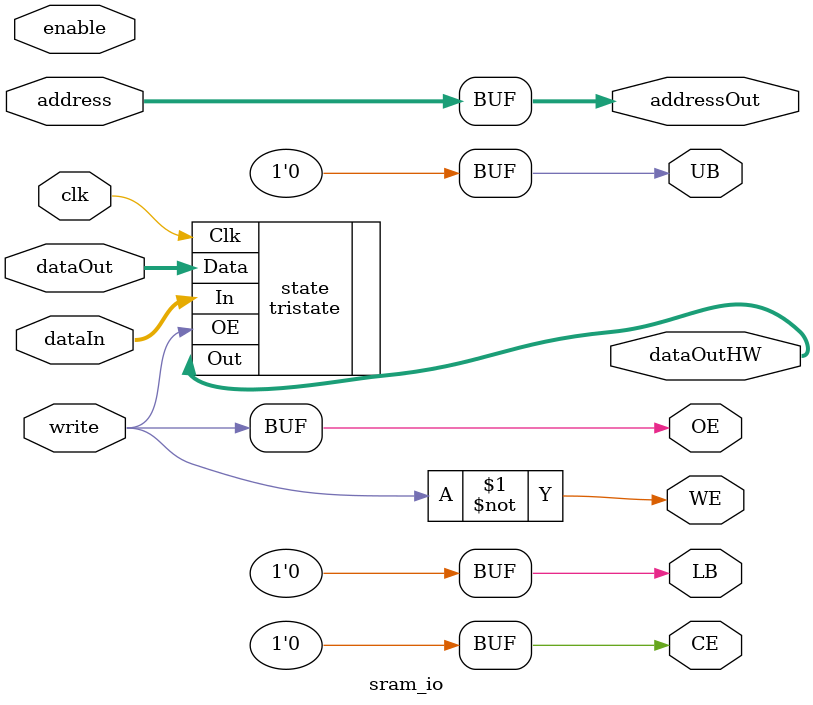
<source format=sv>

module sram_io(input logic clk, input logic [19:0] address, output logic [19:0] addressOut, 
					input logic [15:0] dataIn, output logic [15:0] dataOutHW, inout wire [15:0] dataOut,
					input logic write, input enable,
					output logic UB, output logic LB, output logic CE, output logic OE, output logic WE);
					
					// Enable chip enable, low byte, and high byte
					assign CE = 0;
					assign LB = 0;
					assign UB = 0;
					
					// Assign the correct address
					assign addressOut = address;
					
					/*always_ff @ (posedge clk) begin
						addressOut <= address;
						OE <= write;
						WE <= ~write;
					end*/
					
					// Writing enables
					assign OE = write;
					assign WE = ~write;
					
					// Update data
					/*assign dataOut = (write ? dataIn : 16'bZ);
					assign dataOutHW = dataOut;*/
					
					tristate state(.Clk(clk), .OE(OE), .In(dataIn), .Out(dataOutHW), .Data(dataOut));
										
					/*always_ff @ (posedge clk) begin
						addressOut = address;
						if (write) begin
							// Disable output
							OE = 1;
							// Enable write
							WE = 0;
							dataOutHW = dataOut;
							// Set data
							dataOut = dataIn;
						end else begin
							// Enable output
							OE = 0;
							// Disable write
							WE = 1;
							dataOutHW = dataOut;
							// Disable input
							dataOut = 16'bZ;
						end
					end*/
					
					/*always_comb begin
							dataOutHW <= dataOut;
					end*/

endmodule

</source>
